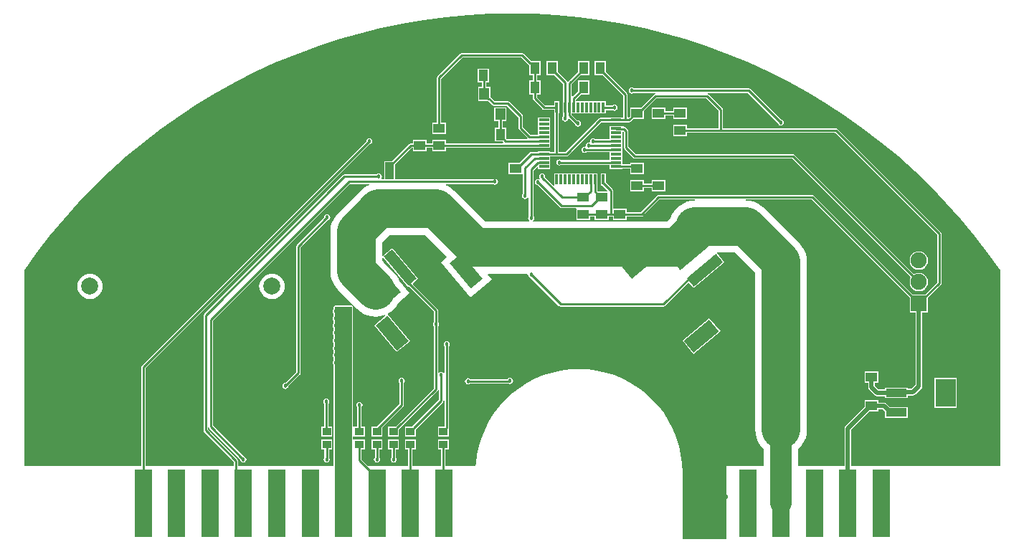
<source format=gtl>
G04*
G04 #@! TF.GenerationSoftware,Altium Limited,Altium Designer,20.1.11 (218)*
G04*
G04 Layer_Physical_Order=1*
G04 Layer_Color=255*
%FSLAX44Y44*%
%MOMM*%
G71*
G04*
G04 #@! TF.SameCoordinates,6F891966-A938-45B2-A706-970299DF58FA*
G04*
G04*
G04 #@! TF.FilePolarity,Positive*
G04*
G01*
G75*
%ADD10C,0.2540*%
%ADD12R,1.0000X0.9500*%
%ADD13R,1.4000X1.1000*%
G04:AMPARAMS|DCode=14|XSize=3.9mm|YSize=1.8mm|CornerRadius=0mm|HoleSize=0mm|Usage=FLASHONLY|Rotation=40.000|XOffset=0mm|YOffset=0mm|HoleType=Round|Shape=Rectangle|*
%AMROTATEDRECTD14*
4,1,4,-0.9153,-1.9429,-2.0723,-0.5640,0.9153,1.9429,2.0723,0.5640,-0.9153,-1.9429,0.0*
%
%ADD14ROTATEDRECTD14*%

G04:AMPARAMS|DCode=15|XSize=4.5mm|YSize=1.3mm|CornerRadius=0mm|HoleSize=0mm|Usage=FLASHONLY|Rotation=40.000|XOffset=0mm|YOffset=0mm|HoleType=Round|Shape=Rectangle|*
%AMROTATEDRECTD15*
4,1,4,-1.3058,-1.9442,-2.1414,-0.9483,1.3058,1.9442,2.1414,0.9483,-1.3058,-1.9442,0.0*
%
%ADD15ROTATEDRECTD15*%

G04:AMPARAMS|DCode=16|XSize=4.5mm|YSize=1.3mm|CornerRadius=0mm|HoleSize=0mm|Usage=FLASHONLY|Rotation=130.000|XOffset=0mm|YOffset=0mm|HoleType=Round|Shape=Rectangle|*
%AMROTATEDRECTD16*
4,1,4,1.9442,-1.3058,0.9483,-2.1414,-1.9442,1.3058,-0.9483,2.1414,1.9442,-1.3058,0.0*
%
%ADD16ROTATEDRECTD16*%

G04:AMPARAMS|DCode=17|XSize=3.9mm|YSize=1.8mm|CornerRadius=0mm|HoleSize=0mm|Usage=FLASHONLY|Rotation=130.000|XOffset=0mm|YOffset=0mm|HoleType=Round|Shape=Rectangle|*
%AMROTATEDRECTD17*
4,1,4,1.9429,-0.9153,0.5640,-2.0723,-1.9429,0.9153,-0.5640,2.0723,1.9429,-0.9153,0.0*
%
%ADD17ROTATEDRECTD17*%

%ADD18R,2.0000X8.0000*%
%ADD19R,0.3000X1.2000*%
%ADD20R,1.2000X0.3000*%
%ADD21R,1.1000X1.4000*%
%ADD22R,1.2000X1.4000*%
%ADD23R,1.0000X2.0000*%
%ADD24R,2.4000X1.0000*%
%ADD25R,2.4000X3.3000*%
%ADD44C,4.5720*%
%ADD45C,2.5400*%
%ADD46C,0.5080*%
%ADD47C,2.0000*%
%ADD48R,1.9000X1.9000*%
%ADD49O,1.9000X1.9000*%
%ADD50C,1.9000*%
%ADD51C,0.4572*%
G36*
X1146760Y760927D02*
Y740620D01*
X1109360D01*
Y744800D01*
X1092820D01*
Y731260D01*
X1109360D01*
Y735440D01*
X1284007D01*
X1404570Y614877D01*
Y558603D01*
X1390137Y544170D01*
X1375923D01*
X1259291Y660801D01*
X1258451Y661363D01*
X1257460Y661560D01*
X1075530D01*
X1074539Y661363D01*
X1073699Y660801D01*
X1054457Y641560D01*
X1038240D01*
Y645740D01*
X1022250D01*
Y666450D01*
X1022053Y667441D01*
X1021491Y668281D01*
X1013250Y676523D01*
Y687400D01*
X1007710D01*
Y672860D01*
X1009587D01*
X1015374Y667073D01*
X1014888Y665900D01*
X1003773D01*
X1003070Y666603D01*
Y672860D01*
X1003250D01*
Y687400D01*
X952710D01*
Y673249D01*
X951537Y672625D01*
X941781Y682381D01*
X941956Y683260D01*
X941680Y684648D01*
X940894Y685824D01*
X939718Y686610D01*
X938330Y686886D01*
X936943Y686610D01*
X935766Y685824D01*
X934980Y684648D01*
X934705Y683260D01*
X934980Y681872D01*
X935323Y681359D01*
X935284Y681271D01*
X934484Y680330D01*
X933450Y680536D01*
X932063Y680260D01*
X930886Y679474D01*
X930100Y678298D01*
X929824Y676910D01*
X930100Y675523D01*
X930886Y674346D01*
X932063Y673560D01*
X933404Y673294D01*
X959559Y647139D01*
X960399Y646577D01*
X961390Y646380D01*
X977515D01*
X978520Y645740D01*
Y632200D01*
X995060D01*
Y636380D01*
X1000110D01*
Y632360D01*
X1016650D01*
Y636380D01*
X1021700D01*
Y632200D01*
X1038240D01*
Y636380D01*
X1055530D01*
X1056521Y636577D01*
X1057361Y637139D01*
X1076603Y656380D01*
X1118733D01*
X1118783Y655110D01*
X1114087Y654741D01*
X1109422Y653621D01*
X1104990Y651785D01*
X1100899Y649278D01*
X1097251Y646162D01*
X1094135Y642514D01*
X1091628Y638423D01*
X1089792Y633991D01*
X1089770Y633899D01*
X1085886Y630014D01*
X927386D01*
X927001Y631284D01*
X927714Y631761D01*
X928500Y632937D01*
X928776Y634324D01*
X928500Y635712D01*
X927740Y636849D01*
Y690757D01*
X932037Y695054D01*
X933210Y694568D01*
Y692360D01*
X947750D01*
Y697360D01*
Y707540D01*
X966950D01*
X967941Y707737D01*
X968781Y708299D01*
X1008023Y747540D01*
X1018210D01*
Y747360D01*
X1032750D01*
Y747540D01*
X1040890D01*
X1041881Y747737D01*
X1042721Y748299D01*
X1045683Y751260D01*
X1058560D01*
Y761137D01*
X1073343Y775920D01*
X1131767D01*
X1146760Y760927D01*
D02*
G37*
G36*
X929091Y875680D02*
X955176Y874215D01*
X981188Y871776D01*
X1007091Y868365D01*
X1032848Y863989D01*
X1058423Y858653D01*
X1083781Y852364D01*
X1108885Y845131D01*
X1133702Y836965D01*
X1158197Y827877D01*
X1182334Y817879D01*
X1206080Y806985D01*
X1229403Y795211D01*
X1252269Y782574D01*
X1274647Y769090D01*
X1296504Y754779D01*
X1317812Y739660D01*
X1338539Y723756D01*
X1358657Y707088D01*
X1378137Y689679D01*
X1396953Y671553D01*
X1415079Y652737D01*
X1432488Y633257D01*
X1449156Y613139D01*
X1465060Y592412D01*
X1478978Y572797D01*
X1478978Y341630D01*
X1303065D01*
Y384351D01*
X1324374Y405660D01*
X1335420D01*
Y408545D01*
X1340521D01*
X1343300Y405766D01*
Y398720D01*
X1369840D01*
Y411260D01*
X1348794D01*
X1344877Y415177D01*
X1343617Y416019D01*
X1342130Y416315D01*
X1335420D01*
Y419200D01*
X1318880D01*
Y411154D01*
X1296433Y388707D01*
X1295591Y387447D01*
X1295295Y385960D01*
Y341630D01*
X1240798D01*
Y361706D01*
X1241999Y362732D01*
X1245115Y366380D01*
X1247622Y370471D01*
X1249458Y374903D01*
X1250578Y379568D01*
X1250954Y384351D01*
X1250954Y583020D01*
X1250578Y587803D01*
X1249458Y592468D01*
X1247622Y596900D01*
X1245115Y600991D01*
X1241999Y604639D01*
X1200476Y646162D01*
X1196828Y649278D01*
X1192738Y651785D01*
X1188305Y653621D01*
X1183640Y654741D01*
X1178945Y655110D01*
X1178995Y656380D01*
X1256387D01*
X1372260Y540508D01*
Y522630D01*
X1379145D01*
Y437219D01*
X1374581Y432655D01*
X1369840D01*
Y434260D01*
X1343300D01*
Y431875D01*
X1335109D01*
X1331035Y435949D01*
Y439830D01*
X1335420D01*
Y453370D01*
X1318880D01*
Y439830D01*
X1323265D01*
Y434340D01*
X1323561Y432853D01*
X1324403Y431593D01*
X1330753Y425243D01*
X1332013Y424401D01*
X1333500Y424105D01*
X1343300D01*
Y421720D01*
X1369840D01*
Y424885D01*
X1376190D01*
X1377677Y425181D01*
X1378937Y426023D01*
X1385777Y432863D01*
X1386619Y434123D01*
X1386915Y435610D01*
Y522630D01*
X1393800D01*
Y540508D01*
X1408991Y555699D01*
X1409553Y556539D01*
X1409750Y557530D01*
Y615950D01*
X1409553Y616941D01*
X1408991Y617781D01*
X1286911Y739861D01*
X1286071Y740423D01*
X1285080Y740620D01*
X1151940D01*
Y762000D01*
X1151743Y762991D01*
X1151181Y763831D01*
X1134671Y780341D01*
X1133831Y780903D01*
X1133340Y781000D01*
X1133465Y782270D01*
X1181297D01*
X1216254Y747314D01*
X1216520Y745973D01*
X1217306Y744796D01*
X1218483Y744010D01*
X1219870Y743734D01*
X1221257Y744010D01*
X1222434Y744796D01*
X1223220Y745973D01*
X1223496Y747360D01*
X1223220Y748747D01*
X1222434Y749924D01*
X1221257Y750710D01*
X1219916Y750976D01*
X1184201Y786691D01*
X1183361Y787253D01*
X1182370Y787450D01*
X1046465D01*
X1045328Y788210D01*
X1043940Y788486D01*
X1042552Y788210D01*
X1041376Y787424D01*
X1040590Y786247D01*
X1040314Y784860D01*
X1040590Y783473D01*
X1041376Y782296D01*
X1042552Y781510D01*
X1043940Y781234D01*
X1045328Y781510D01*
X1046465Y782270D01*
X1071645D01*
X1071770Y781000D01*
X1071279Y780903D01*
X1070439Y780341D01*
X1054898Y764800D01*
X1042020D01*
Y754922D01*
X1040506Y753409D01*
X1039236Y753935D01*
Y780334D01*
X1039039Y781325D01*
X1038478Y782165D01*
X1013720Y806923D01*
Y819800D01*
X1000180D01*
Y803260D01*
X1010058D01*
X1034057Y779261D01*
Y752720D01*
X1032750D01*
Y752900D01*
X1018210D01*
Y752720D01*
X1006950D01*
X1005959Y752523D01*
X1005119Y751961D01*
X965877Y712720D01*
X958070D01*
Y757860D01*
X958250D01*
Y772400D01*
X952710D01*
Y767720D01*
X941443D01*
X932390Y776773D01*
Y780400D01*
X936410D01*
Y796940D01*
X932390D01*
Y803260D01*
X936570D01*
Y819800D01*
X925820D01*
X925570Y819850D01*
X925143D01*
X916391Y828601D01*
X915551Y829163D01*
X914560Y829360D01*
X843280D01*
X842289Y829163D01*
X841449Y828601D01*
X814779Y801931D01*
X814217Y801091D01*
X814020Y800100D01*
Y746900D01*
X808340D01*
Y733360D01*
X824880D01*
Y746900D01*
X819200D01*
Y799027D01*
X844353Y824180D01*
X913487D01*
X922239Y815429D01*
X923030Y814900D01*
Y803260D01*
X927210D01*
Y796940D01*
X922870D01*
Y780400D01*
X927210D01*
Y775700D01*
X927407Y774709D01*
X927969Y773869D01*
X938539Y763299D01*
X939379Y762737D01*
X940370Y762540D01*
X952710D01*
Y757860D01*
X952890D01*
Y712720D01*
X947750D01*
Y712900D01*
X933210D01*
Y712720D01*
X925150D01*
X924159Y712523D01*
X923319Y711961D01*
X911387Y700030D01*
X898510D01*
Y686490D01*
X915050D01*
X915620Y685456D01*
Y662925D01*
X914860Y661787D01*
X914584Y660400D01*
X914860Y659013D01*
X915646Y657836D01*
X916823Y657050D01*
X918210Y656774D01*
X919597Y657050D01*
X920774Y657836D01*
X921290Y658609D01*
X922560Y658224D01*
Y636849D01*
X921800Y635712D01*
X921524Y634324D01*
X921800Y632937D01*
X922586Y631761D01*
X923299Y631284D01*
X922914Y630014D01*
X871184D01*
X834419Y666779D01*
X830771Y669895D01*
X826680Y672402D01*
X824150Y673450D01*
X824402Y674720D01*
X880125D01*
X881263Y673960D01*
X882650Y673684D01*
X884037Y673960D01*
X885214Y674746D01*
X886000Y675922D01*
X886276Y677310D01*
X886000Y678697D01*
X885214Y679874D01*
X884037Y680660D01*
X882650Y680936D01*
X881263Y680660D01*
X880125Y679900D01*
X764460D01*
Y697738D01*
X784210Y717487D01*
X785480Y717413D01*
Y713360D01*
X802020D01*
Y717540D01*
X808340D01*
Y713360D01*
X824880D01*
Y717540D01*
X933210D01*
Y717360D01*
X947750D01*
Y722360D01*
Y732360D01*
Y742360D01*
Y752900D01*
X933210D01*
Y742360D01*
Y732720D01*
X924483D01*
X915720Y741483D01*
Y754380D01*
X915523Y755371D01*
X914961Y756211D01*
X899721Y771451D01*
X898881Y772013D01*
X897890Y772210D01*
X882453D01*
X877511Y777151D01*
X877220Y777346D01*
Y789320D01*
X872540D01*
Y794370D01*
X875610D01*
Y810910D01*
X862070D01*
Y794370D01*
X867360D01*
Y789320D01*
X862680D01*
Y772780D01*
X874430D01*
X874589Y772748D01*
X879549Y767789D01*
X880389Y767227D01*
X881380Y767030D01*
X896817D01*
X910540Y753307D01*
Y740410D01*
X910737Y739419D01*
X911299Y738579D01*
X920888Y728990D01*
X920362Y727720D01*
X896273D01*
X895610Y728382D01*
Y741260D01*
X891430D01*
Y748780D01*
X896220D01*
Y765320D01*
X881680D01*
Y748780D01*
X886250D01*
Y741260D01*
X882070D01*
Y724720D01*
X891749D01*
X892419Y723879D01*
X891913Y722720D01*
X824880D01*
Y726900D01*
X808340D01*
Y722720D01*
X802020D01*
Y726900D01*
X785480D01*
Y722720D01*
X783190D01*
X782199Y722523D01*
X781359Y721961D01*
X760798Y701400D01*
X751920D01*
Y679900D01*
X748973D01*
X748370Y681170D01*
X748840Y681872D01*
X749116Y683260D01*
X748840Y684648D01*
X748054Y685824D01*
X746878Y686610D01*
X745490Y686886D01*
X744102Y686610D01*
X742965Y685850D01*
X704850D01*
X703859Y685653D01*
X703019Y685091D01*
X539189Y521261D01*
X538627Y520421D01*
X538430Y519430D01*
Y383590D01*
X538627Y382599D01*
X539189Y381758D01*
X574240Y346707D01*
Y341630D01*
X469950D01*
Y457349D01*
X734115Y721514D01*
X735456Y721780D01*
X736632Y722566D01*
X737418Y723743D01*
X737694Y725130D01*
X737418Y726517D01*
X736632Y727694D01*
X735456Y728480D01*
X734069Y728756D01*
X732681Y728480D01*
X731505Y727694D01*
X730719Y726517D01*
X730452Y725176D01*
X465529Y460253D01*
X464967Y459412D01*
X464770Y458421D01*
Y341630D01*
X326962D01*
X326962Y572797D01*
X340880Y592412D01*
X356784Y613139D01*
X373452Y633257D01*
X390861Y652737D01*
X408987Y671553D01*
X427803Y689679D01*
X447283Y707088D01*
X467401Y723756D01*
X488128Y739660D01*
X509436Y754779D01*
X531293Y769090D01*
X553671Y782574D01*
X576537Y795211D01*
X599860Y806985D01*
X623606Y817879D01*
X647743Y827877D01*
X672238Y836965D01*
X697055Y845131D01*
X722160Y852364D01*
X747517Y858653D01*
X773092Y863989D01*
X798849Y868365D01*
X824752Y871776D01*
X850764Y874215D01*
X876849Y875680D01*
X902970Y876168D01*
X929091Y875680D01*
D02*
G37*
G36*
X713740Y257810D02*
X693420D01*
Y529590D01*
X713740D01*
Y257810D01*
D02*
G37*
G36*
X734151Y673450D02*
X731621Y672402D01*
X727530Y669895D01*
X723882Y666779D01*
X697100Y639997D01*
X693984Y636349D01*
X691477Y632258D01*
X689641Y627826D01*
X688521Y623161D01*
X688145Y618378D01*
Y571601D01*
X688521Y566818D01*
X689641Y562153D01*
X691477Y557721D01*
X693984Y553630D01*
X697100Y549982D01*
X720061Y527021D01*
X723709Y523905D01*
X727800Y521398D01*
X732232Y519562D01*
X736897Y518442D01*
X741680Y518066D01*
X746463Y518442D01*
X751128Y519562D01*
X752795Y520253D01*
X753462Y519154D01*
X740075Y507921D01*
X766777Y476100D01*
X782511Y489303D01*
X756399Y520422D01*
X756600Y522035D01*
X759651Y523905D01*
X763299Y527021D01*
X766415Y530669D01*
X768922Y534760D01*
X768999Y534946D01*
X781916Y545785D01*
X769944Y560052D01*
X768922Y562520D01*
X766415Y566611D01*
X763299Y570259D01*
X751368Y582190D01*
X749293Y584663D01*
Y587526D01*
X750563Y587988D01*
X768423Y566704D01*
X768497Y566328D01*
X769059Y565488D01*
X771447Y563100D01*
X780217Y552648D01*
X781131Y553415D01*
X810210Y524336D01*
Y511795D01*
X809450Y510658D01*
X809174Y509270D01*
X809450Y507882D01*
X810210Y506745D01*
Y433413D01*
X765217Y388420D01*
X756590D01*
Y376380D01*
X769130D01*
Y385008D01*
X814631Y430509D01*
X815193Y431349D01*
X815290Y431840D01*
X816560Y431715D01*
Y420063D01*
X784917Y388420D01*
X776290D01*
Y376380D01*
X788830D01*
Y385008D01*
X820981Y417159D01*
X821543Y417999D01*
X821640Y418490D01*
X822910Y418365D01*
Y388420D01*
X815420D01*
Y376380D01*
X827960D01*
Y385558D01*
X828090Y386210D01*
Y483055D01*
X828850Y484193D01*
X829126Y485580D01*
X828850Y486967D01*
X828064Y488144D01*
X826888Y488930D01*
X825500Y489206D01*
X824112Y488930D01*
X822936Y488144D01*
X822150Y486967D01*
X821874Y485580D01*
X822150Y484193D01*
X822910Y483055D01*
Y451865D01*
X822039Y451504D01*
X821640Y451419D01*
X820537Y452156D01*
X819150Y452432D01*
X817763Y452156D01*
X816660Y451419D01*
X816261Y451504D01*
X815390Y451865D01*
Y506745D01*
X816150Y507882D01*
X816426Y509270D01*
X816150Y510658D01*
X815390Y511795D01*
Y525409D01*
X815193Y526400D01*
X814631Y527240D01*
X785779Y556093D01*
X785834Y557362D01*
X792121Y562637D01*
X761563Y599055D01*
X750563Y589825D01*
X749293Y590417D01*
Y605714D01*
X758165Y614586D01*
X800136D01*
X825559Y589162D01*
X825504Y587894D01*
X818458Y581982D01*
X853323Y540432D01*
X878786Y561798D01*
X873821Y567715D01*
X874358Y568866D01*
X920537D01*
X921579Y567596D01*
X921524Y567319D01*
X921800Y565932D01*
X922586Y564755D01*
X923763Y563969D01*
X925104Y563703D01*
X958109Y530698D01*
X958949Y530136D01*
X959940Y529939D01*
X1081527D01*
X1082518Y530136D01*
X1083358Y530698D01*
X1110541Y557881D01*
X1111810Y557826D01*
X1117086Y551539D01*
X1153503Y582097D01*
X1144508Y592818D01*
X1145044Y593969D01*
X1166193D01*
X1189806Y570356D01*
X1189806Y384351D01*
X1190182Y379568D01*
X1191302Y374903D01*
X1193138Y370471D01*
X1195645Y366380D01*
X1198761Y362732D01*
X1199962Y361706D01*
Y341630D01*
X1155700D01*
Y255512D01*
X1103872D01*
Y334010D01*
X1103873D01*
X1103408Y344657D01*
X1102017Y355223D01*
X1099711Y365628D01*
X1096506Y375792D01*
X1092428Y385638D01*
X1087506Y395092D01*
X1081780Y404080D01*
X1075293Y412535D01*
X1068092Y420392D01*
X1060235Y427593D01*
X1051780Y434080D01*
X1042792Y439807D01*
X1033338Y444728D01*
X1023492Y448806D01*
X1013328Y452011D01*
X1002923Y454317D01*
X992357Y455708D01*
X981710Y456173D01*
X971063Y455708D01*
X960497Y454317D01*
X950092Y452011D01*
X939928Y448806D01*
X930082Y444728D01*
X920628Y439807D01*
X911640Y434080D01*
X903185Y427593D01*
X895328Y420392D01*
X888128Y412535D01*
X881640Y404080D01*
X875913Y395092D01*
X870993Y385638D01*
X866914Y375792D01*
X863709Y365628D01*
X861403Y355223D01*
X860012Y344657D01*
X859879Y341630D01*
X824280D01*
Y360880D01*
X827960D01*
Y372920D01*
X815420D01*
Y360880D01*
X819100D01*
Y341630D01*
X785150D01*
Y360880D01*
X788830D01*
Y372920D01*
X776290D01*
Y360880D01*
X779970D01*
Y341630D01*
X732643D01*
X725220Y349053D01*
Y360880D01*
X728900D01*
Y372920D01*
X716360D01*
Y372920D01*
X715115Y372980D01*
Y376320D01*
X716360Y376380D01*
X716385Y376380D01*
X728900D01*
Y388420D01*
X725220D01*
Y411385D01*
X725980Y412522D01*
X726256Y413909D01*
X725980Y415297D01*
X725194Y416473D01*
X724017Y417259D01*
X722630Y417535D01*
X721243Y417259D01*
X720066Y416473D01*
X719280Y415297D01*
X719004Y413909D01*
X719280Y412522D01*
X720040Y411385D01*
Y388420D01*
X716385D01*
X716360Y388420D01*
X715115Y388479D01*
Y529590D01*
X714712Y530562D01*
X713740Y530965D01*
X693420D01*
X692448Y530562D01*
X692045Y529590D01*
Y526953D01*
X691340Y525897D01*
X691064Y524510D01*
X691340Y523122D01*
X692045Y522067D01*
Y518246D01*
X691340Y517190D01*
X691064Y515803D01*
X691340Y514416D01*
X692045Y513360D01*
Y509916D01*
X691340Y508861D01*
X691064Y507473D01*
X691340Y506086D01*
X692045Y505030D01*
Y501209D01*
X691340Y500154D01*
X691064Y498766D01*
X691340Y497379D01*
X692045Y496323D01*
Y491920D01*
X691340Y490864D01*
X691064Y489477D01*
X691340Y488089D01*
X692045Y487034D01*
Y483213D01*
X691340Y482157D01*
X691064Y480770D01*
X691340Y479382D01*
X692045Y478327D01*
Y474883D01*
X691340Y473828D01*
X691064Y472440D01*
X691340Y471053D01*
X692045Y469997D01*
Y466176D01*
X691340Y465120D01*
X691064Y463733D01*
X691340Y462346D01*
X692045Y461290D01*
Y341630D01*
X579420D01*
Y347780D01*
X579222Y348771D01*
X578661Y349611D01*
X543610Y384663D01*
Y387157D01*
X544880Y387282D01*
X544977Y386792D01*
X545539Y385951D01*
X581943Y349547D01*
X582210Y348205D01*
X582996Y347029D01*
X584172Y346243D01*
X585560Y345967D01*
X586947Y346243D01*
X588124Y347029D01*
X588910Y348205D01*
X589186Y349593D01*
X588910Y350980D01*
X588124Y352157D01*
X586947Y352943D01*
X585606Y353209D01*
X549960Y388856D01*
Y513495D01*
X711184Y674720D01*
X733899D01*
X734151Y673450D01*
D02*
G37*
%LPC*%
G36*
X1109360Y764800D02*
X1092820D01*
Y760620D01*
X1083960D01*
Y764800D01*
X1067420D01*
Y751260D01*
X1083960D01*
Y755440D01*
X1092820D01*
Y751260D01*
X1109360D01*
Y764800D01*
D02*
G37*
G36*
X1083960Y679440D02*
X1067420D01*
Y675260D01*
X1058560D01*
Y679440D01*
X1042020D01*
Y665900D01*
X1058560D01*
Y670080D01*
X1067420D01*
Y665900D01*
X1083960D01*
Y679440D01*
D02*
G37*
G36*
X1383030Y595063D02*
X1380219Y594693D01*
X1377599Y593608D01*
X1375349Y591881D01*
X1373622Y589632D01*
X1372537Y587011D01*
X1372167Y584200D01*
X1372537Y581389D01*
X1373622Y578769D01*
X1375349Y576519D01*
X1377599Y574792D01*
X1380219Y573707D01*
X1383030Y573337D01*
X1385842Y573707D01*
X1388461Y574792D01*
X1390711Y576519D01*
X1392438Y578769D01*
X1393523Y581389D01*
X1393893Y584200D01*
X1393523Y587011D01*
X1392438Y589632D01*
X1390711Y591881D01*
X1388461Y593608D01*
X1385842Y594693D01*
X1383030Y595063D01*
D02*
G37*
G36*
X1032750Y742900D02*
X1018210D01*
Y737360D01*
Y727720D01*
X1000785D01*
X999648Y728480D01*
X998260Y728756D01*
X996872Y728480D01*
X995696Y727694D01*
X994910Y726517D01*
X994634Y725130D01*
X994712Y724738D01*
X993632Y723658D01*
X993140Y723756D01*
X991752Y723480D01*
X990576Y722694D01*
X989790Y721517D01*
X989514Y720130D01*
X989581Y719794D01*
X988501Y718714D01*
X988290Y718756D01*
X986902Y718480D01*
X985726Y717694D01*
X984940Y716517D01*
X984664Y715130D01*
X984940Y713743D01*
X985726Y712566D01*
X986902Y711780D01*
X988290Y711504D01*
X989678Y711780D01*
X990815Y712540D01*
X1018210D01*
Y702720D01*
X961375D01*
X960238Y703480D01*
X958850Y703756D01*
X957462Y703480D01*
X956286Y702694D01*
X955500Y701517D01*
X955224Y700130D01*
X955500Y698743D01*
X956286Y697566D01*
X957462Y696780D01*
X958850Y696504D01*
X960238Y696780D01*
X961375Y697540D01*
X1018210D01*
Y692360D01*
X1032750D01*
Y692540D01*
X1042020D01*
Y685900D01*
X1058560D01*
Y699440D01*
X1042020D01*
Y697720D01*
X1032750D01*
Y707360D01*
Y717360D01*
Y727360D01*
Y736203D01*
X1034020Y736729D01*
X1035000Y735749D01*
Y717550D01*
X1035197Y716559D01*
X1035759Y715719D01*
X1045919Y705559D01*
X1046759Y704997D01*
X1047750Y704800D01*
X1233367D01*
X1373759Y564409D01*
X1373622Y564231D01*
X1372537Y561612D01*
X1372167Y558800D01*
X1372537Y555989D01*
X1373622Y553368D01*
X1375349Y551119D01*
X1377599Y549392D01*
X1380219Y548307D01*
X1383030Y547937D01*
X1385842Y548307D01*
X1388461Y549392D01*
X1390711Y551119D01*
X1392438Y553368D01*
X1393523Y555989D01*
X1393893Y558800D01*
X1393523Y561612D01*
X1392438Y564231D01*
X1390711Y566481D01*
X1388461Y568208D01*
X1385842Y569293D01*
X1383030Y569663D01*
X1380219Y569293D01*
X1377599Y568208D01*
X1377421Y568071D01*
X1236271Y709221D01*
X1235431Y709783D01*
X1234440Y709980D01*
X1048823D01*
X1040180Y718623D01*
Y736821D01*
X1039983Y737812D01*
X1039421Y738652D01*
X1036342Y741731D01*
X1035502Y742293D01*
X1034511Y742490D01*
X1032750D01*
Y742900D01*
D02*
G37*
G36*
X993720Y819800D02*
X980180D01*
Y806923D01*
X969009Y795752D01*
X968963Y795735D01*
X967748Y795805D01*
X967480Y795928D01*
X967311Y796181D01*
X956570Y806923D01*
Y819800D01*
X943030D01*
Y803260D01*
X952907D01*
X962890Y793277D01*
Y772400D01*
X962710D01*
Y757860D01*
X962890D01*
Y754498D01*
X962130Y753360D01*
X961854Y751973D01*
X962130Y750585D01*
X962916Y749409D01*
X964092Y748623D01*
X965480Y748347D01*
X966868Y748623D01*
X968044Y749409D01*
X968830Y750585D01*
X969003Y751458D01*
X970306Y751952D01*
X976996Y745262D01*
X977130Y744585D01*
X977916Y743409D01*
X979092Y742623D01*
X980480Y742347D01*
X981868Y742623D01*
X983044Y743409D01*
X983830Y744585D01*
X984106Y745973D01*
X983830Y747360D01*
X983044Y748536D01*
X981868Y749322D01*
X980480Y749598D01*
X980067Y749516D01*
X973070Y756513D01*
Y757860D01*
X1013250D01*
Y761950D01*
X1021095D01*
X1022233Y761190D01*
X1023620Y760914D01*
X1025007Y761190D01*
X1026184Y761976D01*
X1026970Y763152D01*
X1027246Y764540D01*
X1026970Y765928D01*
X1026184Y767104D01*
X1025007Y767890D01*
X1023620Y768166D01*
X1022233Y767890D01*
X1021095Y767130D01*
X1013250D01*
Y772400D01*
X978070D01*
Y774627D01*
X983842Y780400D01*
X993720D01*
Y796940D01*
X980180D01*
Y784062D01*
X974340Y778222D01*
X973070Y778748D01*
Y792487D01*
X983842Y803260D01*
X993720D01*
Y819800D01*
D02*
G37*
G36*
X404368Y568863D02*
X401412Y568572D01*
X398569Y567710D01*
X395949Y566309D01*
X393653Y564425D01*
X391769Y562129D01*
X390368Y559509D01*
X389506Y556666D01*
X389215Y553710D01*
X389506Y550754D01*
X390368Y547911D01*
X391769Y545291D01*
X393653Y542995D01*
X395949Y541111D01*
X398569Y539711D01*
X401412Y538848D01*
X404368Y538557D01*
X407324Y538848D01*
X410167Y539711D01*
X412787Y541111D01*
X415083Y542995D01*
X416967Y545291D01*
X418368Y547911D01*
X419230Y550754D01*
X419521Y553710D01*
X419230Y556666D01*
X418368Y559509D01*
X416967Y562129D01*
X415083Y564425D01*
X412787Y566309D01*
X410167Y567710D01*
X407324Y568572D01*
X404368Y568863D01*
D02*
G37*
G36*
X1427840Y445760D02*
X1401300D01*
Y410220D01*
X1427840D01*
Y445760D01*
D02*
G37*
G36*
X619368Y568863D02*
X616412Y568572D01*
X613569Y567710D01*
X610950Y566309D01*
X608653Y564425D01*
X606769Y562129D01*
X605368Y559509D01*
X604506Y556666D01*
X604215Y553710D01*
X604506Y550754D01*
X605368Y547911D01*
X606769Y545291D01*
X608653Y542995D01*
X610950Y541111D01*
X613569Y539711D01*
X616412Y538848D01*
X619368Y538557D01*
X622324Y538848D01*
X625167Y539711D01*
X627787Y541111D01*
X630083Y542995D01*
X631967Y545291D01*
X633368Y547911D01*
X634230Y550754D01*
X634521Y553710D01*
X634230Y556666D01*
X633368Y559509D01*
X631967Y562129D01*
X630083Y564425D01*
X627787Y566309D01*
X625167Y567710D01*
X622324Y568572D01*
X619368Y568863D01*
D02*
G37*
G36*
X1135648Y516256D02*
X1103826Y489554D01*
X1117029Y473820D01*
X1148851Y500521D01*
X1135648Y516256D01*
D02*
G37*
G36*
X900430Y445586D02*
X899043Y445310D01*
X897866Y444524D01*
X897711Y444292D01*
X853156D01*
X852019Y445052D01*
X850631Y445328D01*
X849244Y445052D01*
X848067Y444266D01*
X847281Y443090D01*
X847005Y441702D01*
X847281Y440315D01*
X848067Y439138D01*
X849244Y438353D01*
X850631Y438077D01*
X852019Y438353D01*
X853156Y439113D01*
X898291D01*
X899043Y438610D01*
X900430Y438334D01*
X901817Y438610D01*
X902994Y439396D01*
X903780Y440573D01*
X904056Y441960D01*
X903780Y443348D01*
X902994Y444524D01*
X901817Y445310D01*
X900430Y445586D01*
D02*
G37*
G36*
X684530Y638630D02*
X683142Y638354D01*
X681966Y637568D01*
X681180Y636392D01*
X680913Y635051D01*
X648409Y602546D01*
X647847Y601706D01*
X647650Y600714D01*
Y452363D01*
X634954Y439666D01*
X633613Y439400D01*
X632436Y438614D01*
X631650Y437437D01*
X631374Y436050D01*
X631650Y434663D01*
X632436Y433486D01*
X633613Y432700D01*
X635000Y432424D01*
X636387Y432700D01*
X637564Y433486D01*
X638350Y434663D01*
X638616Y436004D01*
X652071Y449459D01*
X652633Y450299D01*
X652830Y451290D01*
Y599642D01*
X684576Y631388D01*
X685918Y631655D01*
X687094Y632441D01*
X687880Y633617D01*
X688156Y635005D01*
X687880Y636392D01*
X687094Y637568D01*
X685918Y638354D01*
X684530Y638630D01*
D02*
G37*
G36*
X772599Y445586D02*
X771211Y445310D01*
X770035Y444524D01*
X769249Y443348D01*
X768973Y441960D01*
X769249Y440573D01*
X770009Y439435D01*
Y414982D01*
X743447Y388420D01*
X736890D01*
Y376380D01*
X749430D01*
Y387078D01*
X774430Y412078D01*
X774992Y412918D01*
X775189Y413909D01*
Y439435D01*
X775949Y440573D01*
X776225Y441960D01*
X775949Y443348D01*
X775163Y444524D01*
X773986Y445310D01*
X772599Y445586D01*
D02*
G37*
G36*
X683454Y421152D02*
X682067Y420876D01*
X680890Y420090D01*
X680104Y418914D01*
X679828Y417526D01*
X680104Y416139D01*
X680864Y415002D01*
Y388220D01*
X677557D01*
Y376180D01*
X690097D01*
Y388220D01*
X686044D01*
Y415002D01*
X686804Y416139D01*
X687080Y417526D01*
X686804Y418914D01*
X686018Y420090D01*
X684842Y420876D01*
X683454Y421152D01*
D02*
G37*
G36*
X769130Y372920D02*
X756590D01*
Y360880D01*
X760270D01*
Y352118D01*
X759510Y350980D01*
X759234Y349593D01*
X759510Y348205D01*
X760296Y347029D01*
X761472Y346243D01*
X762860Y345967D01*
X764247Y346243D01*
X765424Y347029D01*
X766209Y348205D01*
X766486Y349593D01*
X766209Y350980D01*
X765450Y352118D01*
Y360880D01*
X769130D01*
Y372920D01*
D02*
G37*
G36*
X749430D02*
X736890D01*
Y360880D01*
X740570D01*
Y352118D01*
X739810Y350980D01*
X739534Y349593D01*
X739810Y348205D01*
X740596Y347029D01*
X741772Y346243D01*
X743160Y345967D01*
X744547Y346243D01*
X745724Y347029D01*
X746509Y348205D01*
X746786Y349593D01*
X746509Y350980D01*
X745750Y352118D01*
Y360880D01*
X749430D01*
Y372920D01*
D02*
G37*
G36*
X690097Y372720D02*
X677557D01*
Y360680D01*
X681237D01*
Y352118D01*
X680477Y350980D01*
X680201Y349593D01*
X680477Y348205D01*
X681263Y347029D01*
X682440Y346243D01*
X683827Y345967D01*
X685214Y346243D01*
X686391Y347029D01*
X687177Y348205D01*
X687453Y349593D01*
X687177Y350980D01*
X686417Y352118D01*
Y360680D01*
X690097D01*
Y372720D01*
D02*
G37*
%LPD*%
D10*
X850631Y441702D02*
X900172D01*
X900430Y441960D01*
X819150Y418990D02*
Y448806D01*
X635000Y436050D02*
X650240Y451290D01*
Y600714D02*
X684530Y635005D01*
X650240Y451290D02*
Y600714D01*
X683827Y349593D02*
Y366700D01*
X1081527Y532529D02*
X1121768Y572770D01*
X959940Y532529D02*
X1081527D01*
X925150Y567319D02*
X959940Y532529D01*
X925150Y691830D02*
X933450Y700130D01*
X925150Y634324D02*
Y691830D01*
X786290Y386130D02*
X819150Y418990D01*
X782560Y382400D02*
X782810D01*
X786290Y385880D01*
Y386130D01*
X722630Y382400D02*
Y413909D01*
X683454Y382573D02*
Y417526D01*
X740890Y382200D02*
X772599Y413909D01*
Y441960D01*
X812800Y509270D02*
Y525409D01*
Y432340D02*
Y509270D01*
X770890Y567319D02*
X812800Y525409D01*
X766590Y386130D02*
X812800Y432340D01*
X825500Y386210D02*
Y485580D01*
X821690Y382400D02*
X825500Y386210D01*
X918210Y660400D02*
Y693860D01*
X933450Y700130D02*
X940480D01*
X763110Y382400D02*
X766590Y385880D01*
Y386130D01*
X770890Y567319D02*
Y575851D01*
X821690Y297450D02*
Y366900D01*
X762860Y349593D02*
Y366900D01*
X743160Y349593D02*
Y366900D01*
X722630Y347980D02*
X734430Y336180D01*
X722630Y347980D02*
Y366900D01*
X734430Y305910D02*
X743160Y297180D01*
X734430Y305910D02*
Y336180D01*
X1029970Y638970D02*
X1055530D01*
X1075530Y658970D02*
X1257460D01*
X1055530Y638970D02*
X1075530Y658970D01*
X1257460D02*
X1383030Y533400D01*
X1019660Y638970D02*
X1029970D01*
X704850Y683260D02*
X745490D01*
X541020Y519430D02*
X704850Y683260D01*
X541020Y383590D02*
Y519430D01*
X547370Y387783D02*
Y514568D01*
X710112Y677310D02*
X882650D01*
X547370Y514568D02*
X710112Y677310D01*
X541020Y383590D02*
X576830Y347780D01*
Y305910D02*
X585560Y297180D01*
X576830Y305910D02*
Y347780D01*
X547370Y387783D02*
X585560Y349593D01*
X467360Y458421D02*
X734069Y725130D01*
X467360Y297180D02*
Y458421D01*
X979948Y745973D02*
X980480D01*
X970480Y755440D02*
X979948Y745973D01*
X970480Y755440D02*
Y765130D01*
X1182370Y784860D02*
X1219870Y747360D01*
X1043940Y784860D02*
X1182370D01*
X1008380Y638970D02*
X1019660D01*
X929800Y788670D02*
Y811530D01*
X933450Y676910D02*
X961390Y648970D01*
X996720D01*
X1006880Y659130D02*
X1008380D01*
X996720Y648970D02*
X1006880Y659130D01*
X938330Y682170D02*
Y683260D01*
Y682170D02*
X961530Y658970D01*
X986790D01*
X782560Y297180D02*
Y366900D01*
X1149350Y738030D02*
X1285080D01*
X1101090D02*
X1149350D01*
Y762000D01*
X1132840Y778510D02*
X1149350Y762000D01*
X929800Y775700D02*
Y788670D01*
X986790Y638970D02*
X1008380D01*
X1072270Y778510D02*
X1132840D01*
X1050290Y758030D02*
X1051790D01*
X1072270Y778510D01*
X925570Y817260D02*
X929800Y813030D01*
X924070Y817260D02*
X925570D01*
X914560Y826770D02*
X924070Y817260D01*
X843280Y826770D02*
X914560D01*
X816610Y800100D02*
X843280Y826770D01*
X816610Y740130D02*
Y800100D01*
X955480Y710130D02*
X966950D01*
X940480D02*
X955480D01*
Y765130D01*
X1006950Y750130D02*
X1025480D01*
X966950Y710130D02*
X1006950Y750130D01*
X1036646D02*
X1040890D01*
X1025480D02*
X1036646D01*
Y780334D01*
X1006950Y810030D02*
Y811530D01*
Y810030D02*
X1036646Y780334D01*
X1383030Y533400D02*
X1407160Y557530D01*
Y615950D01*
X1285080Y738030D02*
X1407160Y615950D01*
X965480Y751973D02*
Y765130D01*
X1019660Y638970D02*
Y666450D01*
X1010480Y675630D02*
Y680130D01*
Y675630D02*
X1019660Y666450D01*
X958850Y700130D02*
X1025480D01*
X1010480Y764770D02*
X1010710Y764540D01*
X1023620D01*
X1383030Y558800D02*
Y558800D01*
X1234440Y707390D02*
X1383030Y558800D01*
X1047750Y707390D02*
X1234440D01*
X1037590Y717550D02*
X1047750Y707390D01*
X1037590Y717550D02*
Y736821D01*
X1034511Y739900D02*
X1037590Y736821D01*
X1025480Y740130D02*
X1025710Y739900D01*
X1034511D01*
X998260Y725130D02*
X1025480D01*
X993140Y720130D02*
X1025480D01*
X988290Y715130D02*
X1025480D01*
X925150Y710130D02*
X940480D01*
X908280Y693260D02*
X925150Y710130D01*
X906780Y693260D02*
X908280D01*
X1075690Y758030D02*
X1101090D01*
X1050290Y672670D02*
X1075690D01*
X1025480Y695130D02*
X1047830D01*
X1000480Y665530D02*
Y680130D01*
Y665530D02*
X1006880Y659130D01*
X988290Y658970D02*
X995480Y666160D01*
Y680130D01*
X918210Y693860D02*
X929480Y705130D01*
X940480D01*
X869950Y781050D02*
Y801530D01*
Y780050D02*
Y781050D01*
Y780050D02*
X874680Y775320D01*
X875680D01*
X881380Y769620D01*
X897890D01*
X913130Y754380D01*
Y740410D02*
Y754380D01*
Y740410D02*
X923410Y730130D01*
X940480D01*
X888840Y732990D02*
Y756940D01*
Y731490D02*
Y732990D01*
X895200Y725130D02*
X940480D01*
X888840Y731490D02*
X895200Y725130D01*
X793750Y720130D02*
X816610D01*
X783190D02*
X793750D01*
X758190Y690130D02*
Y695130D01*
X783190Y720130D01*
X816610D02*
X940480D01*
X929800Y775700D02*
X940370Y765130D01*
X955480D01*
X975480D02*
Y775700D01*
X986950Y787170D01*
X965480Y765130D02*
Y794350D01*
X949800Y810030D02*
X965480Y794350D01*
X970480Y793560D02*
X986950Y810030D01*
X970480Y765130D02*
Y793560D01*
X1040890Y750130D02*
X1048790Y758030D01*
D12*
X683827Y366700D02*
D03*
Y382200D02*
D03*
X722630Y382400D02*
D03*
Y366900D02*
D03*
X743160D02*
D03*
Y382400D02*
D03*
X762860Y366900D02*
D03*
Y382400D02*
D03*
X782560D02*
D03*
Y366900D02*
D03*
X821690Y382400D02*
D03*
Y366900D02*
D03*
D13*
X1327150Y392430D02*
D03*
Y412430D02*
D03*
X793750Y740130D02*
D03*
Y720130D02*
D03*
X1075690Y672670D02*
D03*
Y692670D02*
D03*
X1029970Y638970D02*
D03*
Y658970D02*
D03*
X906780Y693260D02*
D03*
Y673260D02*
D03*
X816610Y740130D02*
D03*
Y720130D02*
D03*
X1101090Y738030D02*
D03*
Y758030D02*
D03*
X1075690Y738030D02*
D03*
Y758030D02*
D03*
X1327150Y446600D02*
D03*
Y466600D02*
D03*
X1008380Y639130D02*
D03*
Y659130D02*
D03*
X1050290Y672670D02*
D03*
Y692670D02*
D03*
X986790Y638970D02*
D03*
Y658970D02*
D03*
X1050290Y758030D02*
D03*
Y738030D02*
D03*
D14*
X1053061Y582367D02*
D03*
X1126339Y495038D02*
D03*
D15*
X1114230Y591921D02*
D03*
X1130300Y572770D02*
D03*
X1146370Y553619D02*
D03*
D16*
X790041Y591921D02*
D03*
X770890Y575851D02*
D03*
X751739Y559782D02*
D03*
D17*
X848622Y571890D02*
D03*
X761293Y498612D02*
D03*
D18*
X703760Y297180D02*
D03*
X821960D02*
D03*
X782560D02*
D03*
X743160D02*
D03*
X664360D02*
D03*
X624960D02*
D03*
X585560D02*
D03*
X546160D02*
D03*
X506760D02*
D03*
X467360D02*
D03*
X1141580D02*
D03*
X1180980D02*
D03*
X1220380D02*
D03*
X1259780D02*
D03*
X1299180D02*
D03*
X1338580D02*
D03*
D19*
X955480Y765130D02*
D03*
X960480D02*
D03*
X965480D02*
D03*
X970480D02*
D03*
X975480D02*
D03*
X980480D02*
D03*
X985480D02*
D03*
X990480D02*
D03*
X995480D02*
D03*
X1000480D02*
D03*
X1005480D02*
D03*
X1010480D02*
D03*
Y680130D02*
D03*
X1005480D02*
D03*
X1000480D02*
D03*
X995480D02*
D03*
X990480D02*
D03*
X985480D02*
D03*
X980480D02*
D03*
X975480D02*
D03*
X970480D02*
D03*
X965480D02*
D03*
X960480D02*
D03*
X955480D02*
D03*
D20*
X1025480Y750130D02*
D03*
Y745130D02*
D03*
Y740130D02*
D03*
Y735130D02*
D03*
Y730130D02*
D03*
Y725130D02*
D03*
Y720130D02*
D03*
Y715130D02*
D03*
Y710130D02*
D03*
Y705130D02*
D03*
Y700130D02*
D03*
Y695130D02*
D03*
X940480D02*
D03*
Y700130D02*
D03*
Y705130D02*
D03*
Y710130D02*
D03*
Y715130D02*
D03*
Y720130D02*
D03*
Y725130D02*
D03*
Y730130D02*
D03*
Y735130D02*
D03*
Y740130D02*
D03*
Y745130D02*
D03*
Y750130D02*
D03*
D21*
X868840Y732990D02*
D03*
X888840D02*
D03*
Y802640D02*
D03*
X868840D02*
D03*
X929800Y811530D02*
D03*
X949800D02*
D03*
X1006950D02*
D03*
X986950D02*
D03*
X1006950Y788670D02*
D03*
X986950D02*
D03*
X929640D02*
D03*
X949640D02*
D03*
D22*
X869950Y781050D02*
D03*
Y757050D02*
D03*
X888950D02*
D03*
Y781050D02*
D03*
D23*
X758190Y690130D02*
D03*
Y770130D02*
D03*
D24*
X1356570Y450990D02*
D03*
Y427990D02*
D03*
Y404990D02*
D03*
D25*
X1414570Y427990D02*
D03*
D44*
X1098550Y599440D02*
X1118870Y619760D01*
X1220380Y583020D02*
X1220380Y384351D01*
X1178857Y624543D02*
X1220380Y583020D01*
X1118870Y624543D02*
X1178857D01*
X858520Y599440D02*
X1098550D01*
X812800Y645160D02*
X858520Y599440D01*
X718719Y571601D02*
X741680Y548640D01*
X718719Y571601D02*
Y618378D01*
X745501Y645160D01*
X812800D01*
D45*
X1220380Y297180D02*
Y384351D01*
D46*
X1299180Y297180D02*
Y385960D01*
X1327150Y412430D02*
X1342130D01*
X1325650D02*
X1327150D01*
X1299180Y385960D02*
X1325650Y412430D01*
X1383030Y435610D02*
Y533400D01*
X1376190Y428770D02*
X1383030Y435610D01*
X1357350Y428770D02*
X1376190D01*
X1356570Y427990D02*
X1357350Y428770D01*
X1342130Y412430D02*
X1349570Y404990D01*
X1333500Y427990D02*
X1356570D01*
X1327150Y434340D02*
X1333500Y427990D01*
X1327150Y434340D02*
Y446600D01*
D47*
X404368Y553710D02*
D03*
X619368D02*
D03*
D48*
X1383030Y533400D02*
D03*
D49*
Y558800D02*
D03*
Y584200D02*
D03*
D50*
Y609600D02*
D03*
D51*
X1447800Y584200D02*
D03*
X1460500Y558800D02*
D03*
X1447800Y533400D02*
D03*
X1460500Y508000D02*
D03*
X1447800Y482600D02*
D03*
X1460500Y457200D02*
D03*
X1447800Y431800D02*
D03*
X1460500Y406400D02*
D03*
X1447800Y381000D02*
D03*
X1460500Y355600D02*
D03*
X1422400Y635000D02*
D03*
X1435100Y609600D02*
D03*
X1422400Y584200D02*
D03*
X1435100Y558800D02*
D03*
X1422400Y533400D02*
D03*
X1435100Y508000D02*
D03*
X1422400Y482600D02*
D03*
X1435100Y457200D02*
D03*
Y406400D02*
D03*
X1422400Y381000D02*
D03*
X1435100Y355600D02*
D03*
X1397000Y635000D02*
D03*
Y584200D02*
D03*
Y533400D02*
D03*
X1409700Y508000D02*
D03*
X1397000Y482600D02*
D03*
X1409700Y457200D02*
D03*
X1397000Y431800D02*
D03*
X1409700Y406400D02*
D03*
X1397000Y381000D02*
D03*
X1409700Y355600D02*
D03*
X1371600Y685800D02*
D03*
X1384300Y660400D02*
D03*
X1371600Y635000D02*
D03*
Y482600D02*
D03*
X1384300Y406400D02*
D03*
X1371600Y381000D02*
D03*
X1384300Y355600D02*
D03*
X1346200Y685800D02*
D03*
Y635000D02*
D03*
Y584200D02*
D03*
Y533400D02*
D03*
X1358900Y508000D02*
D03*
X1346200Y482600D02*
D03*
Y381000D02*
D03*
X1358900Y355600D02*
D03*
X1333500Y711200D02*
D03*
X1320800Y685800D02*
D03*
X1333500Y660400D02*
D03*
X1320800Y635000D02*
D03*
Y584200D02*
D03*
X1333500Y558800D02*
D03*
X1320800Y533400D02*
D03*
X1333500Y508000D02*
D03*
X1320800Y482600D02*
D03*
X1333500Y457200D02*
D03*
X1320800Y431800D02*
D03*
Y381000D02*
D03*
X1333500Y355600D02*
D03*
X1295400Y736600D02*
D03*
Y685800D02*
D03*
Y635000D02*
D03*
Y584200D02*
D03*
X1308100Y558800D02*
D03*
X1295400Y533400D02*
D03*
X1308100Y508000D02*
D03*
X1295400Y482600D02*
D03*
X1308100Y457200D02*
D03*
X1295400Y431800D02*
D03*
X1308100Y406400D02*
D03*
Y355600D02*
D03*
X1282700Y711200D02*
D03*
X1270000Y685800D02*
D03*
Y635000D02*
D03*
X1282700Y609600D02*
D03*
X1270000Y584200D02*
D03*
X1282700Y558800D02*
D03*
X1270000Y533400D02*
D03*
X1282700Y508000D02*
D03*
X1270000Y482600D02*
D03*
X1282700Y457200D02*
D03*
X1270000Y431800D02*
D03*
X1282700Y406400D02*
D03*
X1270000Y381000D02*
D03*
X1282700Y355600D02*
D03*
X1257300Y762000D02*
D03*
X1244600Y685800D02*
D03*
Y635000D02*
D03*
X1257300Y609600D02*
D03*
Y558800D02*
D03*
Y508000D02*
D03*
Y457200D02*
D03*
Y406400D02*
D03*
Y355600D02*
D03*
X1219200Y787400D02*
D03*
X1231900Y762000D02*
D03*
X1219200Y685800D02*
D03*
Y635000D02*
D03*
X1193800Y787400D02*
D03*
X1181100Y812800D02*
D03*
Y762000D02*
D03*
Y508000D02*
D03*
X1168400Y482600D02*
D03*
X1181100Y457200D02*
D03*
X1168400Y431800D02*
D03*
X1181100Y406400D02*
D03*
X1168400Y381000D02*
D03*
X1181100Y355600D02*
D03*
X1155700Y812800D02*
D03*
X1143000Y482600D02*
D03*
Y431800D02*
D03*
X1155700Y406400D02*
D03*
X1143000Y381000D02*
D03*
X1155700Y355600D02*
D03*
Y304800D02*
D03*
X1117600Y838200D02*
D03*
X1130300Y812800D02*
D03*
Y558800D02*
D03*
X1117600Y533400D02*
D03*
Y431800D02*
D03*
X1130300Y406400D02*
D03*
X1117600Y381000D02*
D03*
X1130300Y355600D02*
D03*
X1117600Y330200D02*
D03*
Y279400D02*
D03*
X1104900Y508000D02*
D03*
X1092200Y482600D02*
D03*
X1104900Y457200D02*
D03*
X1092200Y431800D02*
D03*
X1104900Y406400D02*
D03*
Y355600D02*
D03*
X1079500Y508000D02*
D03*
X1066800Y482600D02*
D03*
X1079500Y457200D02*
D03*
X1066800Y431800D02*
D03*
X1054100Y508000D02*
D03*
X1041400Y482600D02*
D03*
X1054100Y457200D02*
D03*
X1028700Y508000D02*
D03*
X1016000Y482600D02*
D03*
X1028700Y457200D02*
D03*
X1003300Y508000D02*
D03*
X990600Y482600D02*
D03*
X1003300Y457200D02*
D03*
X977900Y508000D02*
D03*
X965200Y482600D02*
D03*
X939800Y635000D02*
D03*
Y533400D02*
D03*
X952500Y457200D02*
D03*
X927100D02*
D03*
X901700Y508000D02*
D03*
X889000Y482600D02*
D03*
Y431800D02*
D03*
X863600Y482600D02*
D03*
X876300Y406400D02*
D03*
X863600Y381000D02*
D03*
X850900Y457200D02*
D03*
X838200Y431800D02*
D03*
X850900Y406400D02*
D03*
X838200Y381000D02*
D03*
X850900Y355600D02*
D03*
X787400Y482600D02*
D03*
X800100Y457200D02*
D03*
X787400Y431800D02*
D03*
X736600D02*
D03*
X685800D02*
D03*
X673100Y558800D02*
D03*
X622300Y508000D02*
D03*
X609600Y482600D02*
D03*
X622300Y457200D02*
D03*
X609600Y431800D02*
D03*
X596900Y457200D02*
D03*
X584200Y431800D02*
D03*
X850631Y441702D02*
D03*
X819150Y448806D02*
D03*
X635000Y436050D02*
D03*
X702310Y489477D02*
D03*
X709930D02*
D03*
X694690D02*
D03*
Y480770D02*
D03*
X709930D02*
D03*
X702310D02*
D03*
Y463733D02*
D03*
X709930D02*
D03*
X694690D02*
D03*
Y472440D02*
D03*
X709930D02*
D03*
X702310D02*
D03*
Y507473D02*
D03*
X709930D02*
D03*
X694690D02*
D03*
Y498766D02*
D03*
X709930D02*
D03*
X702310D02*
D03*
Y515803D02*
D03*
X709930D02*
D03*
X694690D02*
D03*
Y524510D02*
D03*
X709930D02*
D03*
X702310D02*
D03*
X683827Y349593D02*
D03*
X900430Y441960D02*
D03*
X925150Y634324D02*
D03*
Y567319D02*
D03*
X722630Y413909D02*
D03*
X683454Y417526D02*
D03*
X772599Y441960D02*
D03*
X812800Y509270D02*
D03*
X825500Y485580D02*
D03*
X918210Y660400D02*
D03*
X762860Y349593D02*
D03*
X743160D02*
D03*
X684530Y635005D02*
D03*
X745490Y683260D02*
D03*
X585560Y349593D02*
D03*
X734069Y725130D02*
D03*
X882650Y677310D02*
D03*
X933450Y676910D02*
D03*
X938330Y683260D02*
D03*
X958850Y700130D02*
D03*
X965480Y751973D02*
D03*
X980480Y745973D02*
D03*
X988290Y715130D02*
D03*
X993140Y720130D02*
D03*
X998260Y725130D02*
D03*
X1023620Y764540D02*
D03*
X1043940Y784860D02*
D03*
X1219870Y747360D02*
D03*
M02*

</source>
